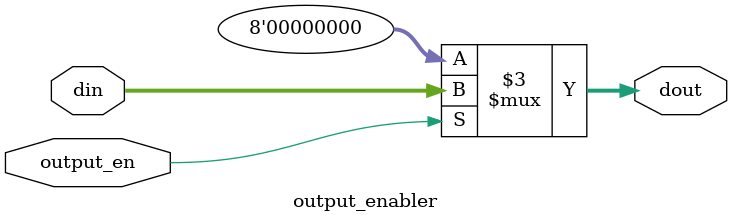
<source format=sv>
module output_enabler(
	input [7:0]din,
	input output_en,
	output logic [7:0]dout
);
			
always@(output_en,din)
	begin
		if(output_en)
			begin
				dout <= din;
			end
		else
			begin
				dout <= 0;
			end
	end	
endmodule
					
</source>
